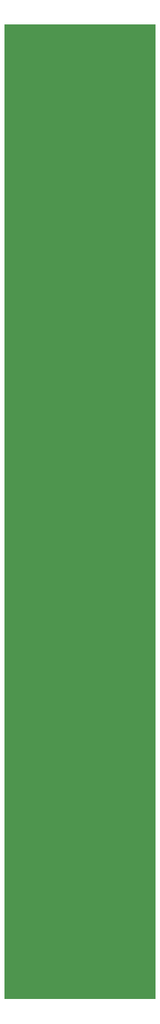
<source format=gbr>
G04 DipTrace 2.4.0.2*
%INBoard.gbr*%
%MOMM*%
%ADD11C,0.14*%
%FSLAX53Y53*%
G04*
G71*
G90*
G75*
G01*
%LNBoardPoly*%
%LPD*%
G36*
X0Y0D2*
D11*
Y128500D1*
X20000D1*
Y0D1*
X0D1*
G37*
M02*

</source>
